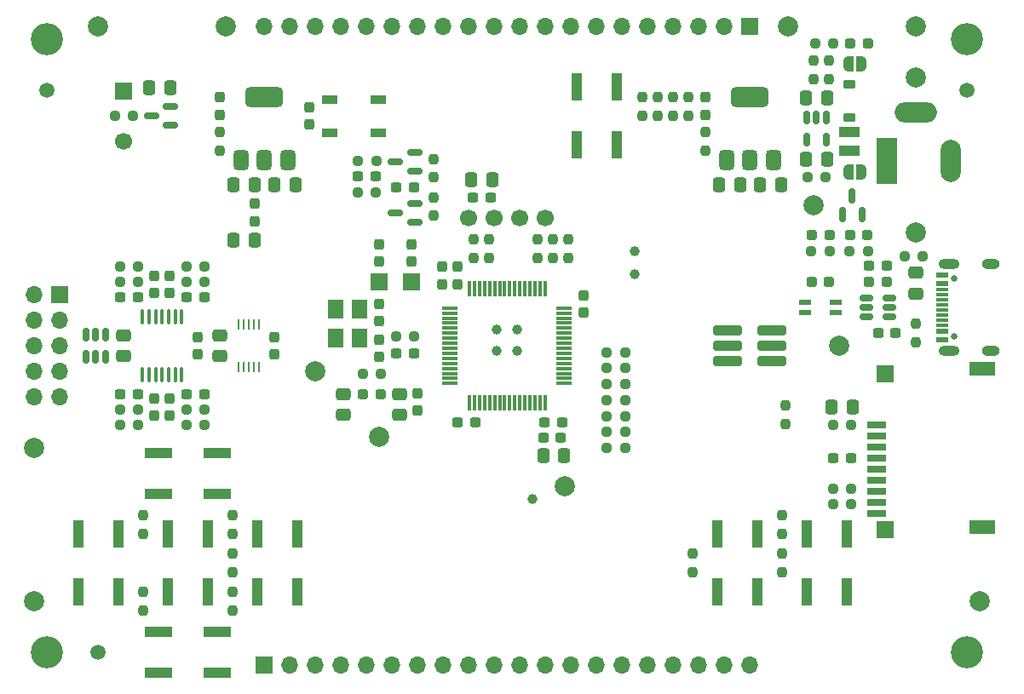
<source format=gts>
G04 #@! TF.GenerationSoftware,KiCad,Pcbnew,8.0.0*
G04 #@! TF.CreationDate,2024-07-21T16:15:31-03:00*
G04 #@! TF.ProjectId,STM32XP,53544d33-3258-4502-9e6b-696361645f70,00*
G04 #@! TF.SameCoordinates,Original*
G04 #@! TF.FileFunction,Soldermask,Top*
G04 #@! TF.FilePolarity,Negative*
%FSLAX46Y46*%
G04 Gerber Fmt 4.6, Leading zero omitted, Abs format (unit mm)*
G04 Created by KiCad (PCBNEW 8.0.0) date 2024-07-21 16:15:31*
%MOMM*%
%LPD*%
G01*
G04 APERTURE LIST*
G04 Aperture macros list*
%AMRoundRect*
0 Rectangle with rounded corners*
0 $1 Rounding radius*
0 $2 $3 $4 $5 $6 $7 $8 $9 X,Y pos of 4 corners*
0 Add a 4 corners polygon primitive as box body*
4,1,4,$2,$3,$4,$5,$6,$7,$8,$9,$2,$3,0*
0 Add four circle primitives for the rounded corners*
1,1,$1+$1,$2,$3*
1,1,$1+$1,$4,$5*
1,1,$1+$1,$6,$7*
1,1,$1+$1,$8,$9*
0 Add four rect primitives between the rounded corners*
20,1,$1+$1,$2,$3,$4,$5,0*
20,1,$1+$1,$4,$5,$6,$7,0*
20,1,$1+$1,$6,$7,$8,$9,0*
20,1,$1+$1,$8,$9,$2,$3,0*%
%AMFreePoly0*
4,1,19,0.500000,-0.750000,0.000000,-0.750000,0.000000,-0.744911,-0.071157,-0.744911,-0.207708,-0.704816,-0.327430,-0.627875,-0.420627,-0.520320,-0.479746,-0.390866,-0.500000,-0.250000,-0.500000,0.250000,-0.479746,0.390866,-0.420627,0.520320,-0.327430,0.627875,-0.207708,0.704816,-0.071157,0.744911,0.000000,0.744911,0.000000,0.750000,0.500000,0.750000,0.500000,-0.750000,0.500000,-0.750000,
$1*%
%AMFreePoly1*
4,1,19,0.000000,0.744911,0.071157,0.744911,0.207708,0.704816,0.327430,0.627875,0.420627,0.520320,0.479746,0.390866,0.500000,0.250000,0.500000,-0.250000,0.479746,-0.390866,0.420627,-0.520320,0.327430,-0.627875,0.207708,-0.704816,0.071157,-0.744911,0.000000,-0.744911,0.000000,-0.750000,-0.500000,-0.750000,-0.500000,0.750000,0.000000,0.750000,0.000000,0.744911,0.000000,0.744911,
$1*%
G04 Aperture macros list end*
%ADD10RoundRect,0.237500X0.237500X-0.250000X0.237500X0.250000X-0.237500X0.250000X-0.237500X-0.250000X0*%
%ADD11RoundRect,0.237500X-0.250000X-0.237500X0.250000X-0.237500X0.250000X0.237500X-0.250000X0.237500X0*%
%ADD12C,1.000000*%
%ADD13C,2.000000*%
%ADD14R,1.500000X0.900000*%
%ADD15RoundRect,0.237500X0.250000X0.237500X-0.250000X0.237500X-0.250000X-0.237500X0.250000X-0.237500X0*%
%ADD16RoundRect,0.250000X0.475000X-0.337500X0.475000X0.337500X-0.475000X0.337500X-0.475000X-0.337500X0*%
%ADD17RoundRect,0.237500X-0.237500X0.300000X-0.237500X-0.300000X0.237500X-0.300000X0.237500X0.300000X0*%
%ADD18R,2.000000X1.100000*%
%ADD19RoundRect,0.200000X1.200000X0.300000X-1.200000X0.300000X-1.200000X-0.300000X1.200000X-0.300000X0*%
%ADD20R,1.000000X2.800000*%
%ADD21RoundRect,0.150000X-0.512500X-0.150000X0.512500X-0.150000X0.512500X0.150000X-0.512500X0.150000X0*%
%ADD22RoundRect,0.150000X0.587500X0.150000X-0.587500X0.150000X-0.587500X-0.150000X0.587500X-0.150000X0*%
%ADD23RoundRect,0.237500X0.237500X-0.287500X0.237500X0.287500X-0.237500X0.287500X-0.237500X-0.287500X0*%
%ADD24RoundRect,0.250000X-0.337500X-0.475000X0.337500X-0.475000X0.337500X0.475000X-0.337500X0.475000X0*%
%ADD25RoundRect,0.237500X-0.300000X-0.237500X0.300000X-0.237500X0.300000X0.237500X-0.300000X0.237500X0*%
%ADD26C,0.650000*%
%ADD27R,1.240000X0.600000*%
%ADD28R,1.240000X0.300000*%
%ADD29O,2.100000X1.000000*%
%ADD30O,1.800000X1.000000*%
%ADD31R,0.250000X1.100000*%
%ADD32C,1.500000*%
%ADD33R,2.000000X4.600000*%
%ADD34O,2.000000X4.200000*%
%ADD35O,4.200000X2.000000*%
%ADD36RoundRect,0.250000X-0.475000X0.337500X-0.475000X-0.337500X0.475000X-0.337500X0.475000X0.337500X0*%
%ADD37RoundRect,0.375000X0.375000X-0.625000X0.375000X0.625000X-0.375000X0.625000X-0.375000X-0.625000X0*%
%ADD38RoundRect,0.500000X1.400000X-0.500000X1.400000X0.500000X-1.400000X0.500000X-1.400000X-0.500000X0*%
%ADD39RoundRect,0.250000X0.337500X0.475000X-0.337500X0.475000X-0.337500X-0.475000X0.337500X-0.475000X0*%
%ADD40RoundRect,0.075000X-0.700000X-0.075000X0.700000X-0.075000X0.700000X0.075000X-0.700000X0.075000X0*%
%ADD41RoundRect,0.075000X-0.075000X-0.700000X0.075000X-0.700000X0.075000X0.700000X-0.075000X0.700000X0*%
%ADD42R,1.500000X1.950000*%
%ADD43C,3.200000*%
%ADD44R,1.700000X1.700000*%
%ADD45O,1.700000X1.700000*%
%ADD46RoundRect,0.237500X0.237500X-0.300000X0.237500X0.300000X-0.237500X0.300000X-0.237500X-0.300000X0*%
%ADD47RoundRect,0.237500X0.300000X0.237500X-0.300000X0.237500X-0.300000X-0.237500X0.300000X-0.237500X0*%
%ADD48RoundRect,0.237500X-0.237500X0.250000X-0.237500X-0.250000X0.237500X-0.250000X0.237500X0.250000X0*%
%ADD49RoundRect,0.237500X-0.237500X0.287500X-0.237500X-0.287500X0.237500X-0.287500X0.237500X0.287500X0*%
%ADD50FreePoly0,0.000000*%
%ADD51FreePoly1,0.000000*%
%ADD52RoundRect,0.225000X-0.375000X0.225000X-0.375000X-0.225000X0.375000X-0.225000X0.375000X0.225000X0*%
%ADD53R,2.800000X1.000000*%
%ADD54RoundRect,0.237500X-0.287500X-0.237500X0.287500X-0.237500X0.287500X0.237500X-0.287500X0.237500X0*%
%ADD55RoundRect,0.237500X0.287500X0.237500X-0.287500X0.237500X-0.287500X-0.237500X0.287500X-0.237500X0*%
%ADD56RoundRect,0.150000X-0.150000X0.512500X-0.150000X-0.512500X0.150000X-0.512500X0.150000X0.512500X0*%
%ADD57R,1.900000X0.700000*%
%ADD58R,1.800000X1.700000*%
%ADD59R,2.600000X1.400000*%
%ADD60RoundRect,0.150000X0.150000X-0.587500X0.150000X0.587500X-0.150000X0.587500X-0.150000X-0.587500X0*%
%ADD61C,1.700000*%
%ADD62FreePoly0,180.000000*%
%ADD63FreePoly1,180.000000*%
%ADD64R,1.200000X0.600000*%
%ADD65RoundRect,0.100000X-0.100000X0.637500X-0.100000X-0.637500X0.100000X-0.637500X0.100000X0.637500X0*%
%ADD66R,1.750000X1.800000*%
G04 APERTURE END LIST*
D10*
G04 #@! TO.C,R37*
X177662500Y-107770500D03*
X177662500Y-105945500D03*
G04 #@! TD*
D11*
G04 #@! TO.C,R23*
X189473500Y-91110000D03*
X191298500Y-91110000D03*
G04 #@! TD*
D10*
G04 #@! TO.C,R28*
X190640000Y-99642500D03*
X190640000Y-97817500D03*
G04 #@! TD*
D12*
G04 #@! TO.C,TP16*
X162700000Y-92888000D03*
G04 #@! TD*
G04 #@! TO.C,TP21*
X152540000Y-115240000D03*
G04 #@! TD*
G04 #@! TO.C,TP18*
X148984000Y-98349000D03*
G04 #@! TD*
G04 #@! TO.C,TP19*
X151016000Y-100508000D03*
G04 #@! TD*
G04 #@! TO.C,TP20*
X148984000Y-100508000D03*
G04 #@! TD*
G04 #@! TO.C,TP17*
X151016000Y-98349000D03*
G04 #@! TD*
G04 #@! TO.C,TP15*
X162700000Y-90602000D03*
G04 #@! TD*
D13*
G04 #@! TO.C,TP10*
X137300000Y-109048750D03*
G04 #@! TD*
D11*
G04 #@! TO.C,R1*
X180583500Y-69901000D03*
X182408500Y-69901000D03*
G04 #@! TD*
D14*
G04 #@! TO.C,D5*
X132310000Y-75490000D03*
X132310000Y-78790000D03*
X137210000Y-78790000D03*
X137210000Y-75490000D03*
G04 #@! TD*
D15*
G04 #@! TO.C,R34*
X161707500Y-105397500D03*
X159882500Y-105397500D03*
G04 #@! TD*
D16*
G04 #@! TO.C,C37*
X139332000Y-106879500D03*
X139332000Y-104804500D03*
G04 #@! TD*
D17*
G04 #@! TO.C,C17*
X143523000Y-92152500D03*
X143523000Y-93877500D03*
G04 #@! TD*
D10*
G04 #@! TO.C,R10*
X169685000Y-80592500D03*
X169685000Y-78767500D03*
G04 #@! TD*
D18*
G04 #@! TO.C,L1*
X184036000Y-80630000D03*
X184036000Y-78730000D03*
G04 #@! TD*
D10*
G04 #@! TO.C,R15*
X142697500Y-87069500D03*
X142697500Y-85244500D03*
G04 #@! TD*
D15*
G04 #@! TO.C,R31*
X161707500Y-102222500D03*
X159882500Y-102222500D03*
G04 #@! TD*
D19*
G04 #@! TO.C,D10*
X176330000Y-101500000D03*
X171930000Y-101500000D03*
X176330000Y-100000000D03*
X171930000Y-100000000D03*
X176330000Y-98500000D03*
X171930000Y-98500000D03*
G04 #@! TD*
D20*
G04 #@! TO.C,SW7*
X183750000Y-118690000D03*
X183750000Y-124490000D03*
X179750000Y-118690000D03*
X179750000Y-124490000D03*
G04 #@! TD*
D21*
G04 #@! TO.C,U5*
X185692500Y-95240000D03*
X185692500Y-96190000D03*
X185692500Y-97140000D03*
X187967500Y-97140000D03*
X187967500Y-96190000D03*
X187967500Y-95240000D03*
G04 #@! TD*
D22*
G04 #@! TO.C,Q1*
X116520500Y-78090000D03*
X116520500Y-76190000D03*
X114645500Y-77140000D03*
G04 #@! TD*
D23*
G04 #@! TO.C,D4*
X169685000Y-77062500D03*
X169685000Y-75312500D03*
G04 #@! TD*
D24*
G04 #@! TO.C,C13*
X122800500Y-89497500D03*
X124875500Y-89497500D03*
G04 #@! TD*
D17*
G04 #@! TO.C,C15*
X140475000Y-89930000D03*
X140475000Y-91655000D03*
G04 #@! TD*
D15*
G04 #@! TO.C,R45*
X184186500Y-115748000D03*
X182361500Y-115748000D03*
G04 #@! TD*
D25*
G04 #@! TO.C,C22*
X111545500Y-95174000D03*
X113270500Y-95174000D03*
G04 #@! TD*
D22*
G04 #@! TO.C,Q2*
X140777500Y-82662000D03*
X140777500Y-80762000D03*
X138902500Y-81712000D03*
G04 #@! TD*
D25*
G04 #@! TO.C,C11*
X138977500Y-84252000D03*
X140702500Y-84252000D03*
G04 #@! TD*
D13*
G04 #@! TO.C,TP8*
X183020000Y-100000000D03*
G04 #@! TD*
D15*
G04 #@! TO.C,R30*
X161707500Y-100635000D03*
X159882500Y-100635000D03*
G04 #@! TD*
D26*
G04 #@! TO.C,J4*
X194385000Y-99080000D03*
X194385000Y-93300000D03*
D27*
X193265000Y-99390000D03*
X193265000Y-98590000D03*
D28*
X193265000Y-97440000D03*
X193265000Y-96440000D03*
X193265000Y-95940000D03*
X193265000Y-94940000D03*
D27*
X193265000Y-93790000D03*
X193265000Y-92990000D03*
X193265000Y-92990000D03*
X193265000Y-93790000D03*
D28*
X193265000Y-94440000D03*
X193265000Y-95440000D03*
X193265000Y-96940000D03*
X193265000Y-97940000D03*
D27*
X193265000Y-98590000D03*
X193265000Y-99390000D03*
D29*
X193865000Y-100510000D03*
D30*
X198065000Y-100510000D03*
D29*
X193865000Y-91870000D03*
D30*
X198065000Y-91870000D03*
G04 #@! TD*
D13*
G04 #@! TO.C,TP2*
X122060000Y-68250000D03*
G04 #@! TD*
D31*
G04 #@! TO.C,U7*
X125282500Y-97850000D03*
X124782500Y-97850000D03*
X124282500Y-97850000D03*
X123782500Y-97850000D03*
X123282500Y-97850000D03*
X123282500Y-102150000D03*
X123782500Y-102150000D03*
X124282500Y-102150000D03*
X124782500Y-102150000D03*
X125282500Y-102150000D03*
G04 #@! TD*
D11*
G04 #@! TO.C,R29*
X138927500Y-99047500D03*
X140752500Y-99047500D03*
G04 #@! TD*
D32*
G04 #@! TO.C,FID1*
X104280000Y-74600000D03*
G04 #@! TD*
D10*
G04 #@! TO.C,R9*
X121425000Y-80592500D03*
X121425000Y-78767500D03*
G04 #@! TD*
D32*
G04 #@! TO.C,FID3*
X109360000Y-130480000D03*
G04 #@! TD*
D33*
G04 #@! TO.C,J2*
X187740000Y-81600000D03*
D34*
X194040000Y-81600000D03*
D35*
X190640000Y-76800000D03*
G04 #@! TD*
D36*
G04 #@! TO.C,C29*
X121425000Y-98962500D03*
X121425000Y-101037500D03*
G04 #@! TD*
D15*
G04 #@! TO.C,R32*
X137450500Y-102794000D03*
X135625500Y-102794000D03*
G04 #@! TD*
D25*
G04 #@! TO.C,C41*
X145073500Y-107620000D03*
X146798500Y-107620000D03*
G04 #@! TD*
D37*
G04 #@! TO.C,U1*
X123570000Y-81535000D03*
X125870000Y-81535000D03*
D38*
X125870000Y-75235000D03*
D37*
X128170000Y-81535000D03*
G04 #@! TD*
D10*
G04 #@! TO.C,R49*
X122695000Y-122502500D03*
X122695000Y-120677500D03*
G04 #@! TD*
D39*
G04 #@! TO.C,C1*
X116493500Y-74346000D03*
X114418500Y-74346000D03*
G04 #@! TD*
D40*
G04 #@! TO.C,U8*
X144325000Y-96250000D03*
X144325000Y-96750000D03*
X144325000Y-97250000D03*
X144325000Y-97750000D03*
X144325000Y-98250000D03*
X144325000Y-98750000D03*
X144325000Y-99250000D03*
X144325000Y-99750000D03*
X144325000Y-100250000D03*
X144325000Y-100750000D03*
X144325000Y-101250000D03*
X144325000Y-101750000D03*
X144325000Y-102250000D03*
X144325000Y-102750000D03*
X144325000Y-103250000D03*
X144325000Y-103750000D03*
D41*
X146250000Y-105675000D03*
X146750000Y-105675000D03*
X147250000Y-105675000D03*
X147750000Y-105675000D03*
X148250000Y-105675000D03*
X148750000Y-105675000D03*
X149250000Y-105675000D03*
X149750000Y-105675000D03*
X150250000Y-105675000D03*
X150750000Y-105675000D03*
X151250000Y-105675000D03*
X151750000Y-105675000D03*
X152250000Y-105675000D03*
X152750000Y-105675000D03*
X153250000Y-105675000D03*
X153750000Y-105675000D03*
D40*
X155675000Y-103750000D03*
X155675000Y-103250000D03*
X155675000Y-102750000D03*
X155675000Y-102250000D03*
X155675000Y-101750000D03*
X155675000Y-101250000D03*
X155675000Y-100750000D03*
X155675000Y-100250000D03*
X155675000Y-99750000D03*
X155675000Y-99250000D03*
X155675000Y-98750000D03*
X155675000Y-98250000D03*
X155675000Y-97750000D03*
X155675000Y-97250000D03*
X155675000Y-96750000D03*
X155675000Y-96250000D03*
D41*
X153750000Y-94325000D03*
X153250000Y-94325000D03*
X152750000Y-94325000D03*
X152250000Y-94325000D03*
X151750000Y-94325000D03*
X151250000Y-94325000D03*
X150750000Y-94325000D03*
X150250000Y-94325000D03*
X149750000Y-94325000D03*
X149250000Y-94325000D03*
X148750000Y-94325000D03*
X148250000Y-94325000D03*
X147750000Y-94325000D03*
X147250000Y-94325000D03*
X146750000Y-94325000D03*
X146250000Y-94325000D03*
G04 #@! TD*
D42*
G04 #@! TO.C,Y2*
X135275000Y-99202500D03*
X135275000Y-96352500D03*
X132975000Y-96352500D03*
X132975000Y-99202500D03*
G04 #@! TD*
D23*
G04 #@! TO.C,D3*
X121425000Y-77062500D03*
X121425000Y-75312500D03*
G04 #@! TD*
D43*
G04 #@! TO.C,H4*
X195720000Y-130480000D03*
G04 #@! TD*
D15*
G04 #@! TO.C,R41*
X184186500Y-107874000D03*
X182361500Y-107874000D03*
G04 #@! TD*
D43*
G04 #@! TO.C,H1*
X104280000Y-69520000D03*
G04 #@! TD*
D10*
G04 #@! TO.C,R51*
X177305000Y-122502500D03*
X177305000Y-120677500D03*
G04 #@! TD*
D44*
G04 #@! TO.C,J1*
X174130000Y-68250000D03*
D45*
X171590000Y-68250000D03*
X169050000Y-68250000D03*
X166510000Y-68250000D03*
X163970000Y-68250000D03*
X161430000Y-68250000D03*
X158890000Y-68250000D03*
X156350000Y-68250000D03*
X153810000Y-68250000D03*
X151270000Y-68250000D03*
X148730000Y-68250000D03*
X146190000Y-68250000D03*
X143650000Y-68250000D03*
X141110000Y-68250000D03*
X138570000Y-68250000D03*
X136030000Y-68250000D03*
X133490000Y-68250000D03*
X130950000Y-68250000D03*
X128410000Y-68250000D03*
X125870000Y-68250000D03*
G04 #@! TD*
D20*
G04 #@! TO.C,SW3*
X107360000Y-124490000D03*
X107360000Y-118690000D03*
X111360000Y-124490000D03*
X111360000Y-118690000D03*
G04 #@! TD*
D15*
G04 #@! TO.C,R39*
X113320500Y-107874000D03*
X111495500Y-107874000D03*
G04 #@! TD*
D13*
G04 #@! TO.C,TP3*
X177940000Y-68250000D03*
G04 #@! TD*
D17*
G04 #@! TO.C,C14*
X137300000Y-89930000D03*
X137300000Y-91655000D03*
G04 #@! TD*
D22*
G04 #@! TO.C,Q3*
X140777500Y-87742000D03*
X140777500Y-85842000D03*
X138902500Y-86792000D03*
G04 #@! TD*
D46*
G04 #@! TO.C,C24*
X157620000Y-96735000D03*
X157620000Y-95010000D03*
G04 #@! TD*
D47*
G04 #@! TO.C,C43*
X155307500Y-109144000D03*
X153582500Y-109144000D03*
G04 #@! TD*
D17*
G04 #@! TO.C,C25*
X137300000Y-95835500D03*
X137300000Y-97560500D03*
G04 #@! TD*
D48*
G04 #@! TO.C,R48*
X177305000Y-116867500D03*
X177305000Y-118692500D03*
G04 #@! TD*
D10*
G04 #@! TO.C,R6*
X166510000Y-77100000D03*
X166510000Y-75275000D03*
G04 #@! TD*
D11*
G04 #@! TO.C,R38*
X159882500Y-106985000D03*
X161707500Y-106985000D03*
G04 #@! TD*
D10*
G04 #@! TO.C,R2*
X180480000Y-73480500D03*
X180480000Y-71655500D03*
G04 #@! TD*
D11*
G04 #@! TO.C,R13*
X179821500Y-83236000D03*
X181646500Y-83236000D03*
G04 #@! TD*
D10*
G04 #@! TO.C,R53*
X122695000Y-126312500D03*
X122695000Y-124487500D03*
G04 #@! TD*
G04 #@! TO.C,R19*
X154572000Y-91260500D03*
X154572000Y-89435500D03*
G04 #@! TD*
D20*
G04 #@! TO.C,SW1*
X156890000Y-80040000D03*
X156890000Y-74240000D03*
X160890000Y-80040000D03*
X160890000Y-74240000D03*
G04 #@! TD*
D17*
G04 #@! TO.C,C21*
X116472000Y-93041500D03*
X116472000Y-94766500D03*
G04 #@! TD*
D15*
G04 #@! TO.C,R8*
X112812500Y-77140000D03*
X110987500Y-77140000D03*
G04 #@! TD*
D25*
G04 #@! TO.C,C16*
X185967500Y-92062500D03*
X187692500Y-92062500D03*
G04 #@! TD*
D13*
G04 #@! TO.C,TP14*
X196990000Y-125400000D03*
G04 #@! TD*
G04 #@! TO.C,TP9*
X130950000Y-102540000D03*
G04 #@! TD*
D48*
G04 #@! TO.C,R50*
X168415000Y-120677500D03*
X168415000Y-122502500D03*
G04 #@! TD*
D49*
G04 #@! TO.C,FB1*
X124917500Y-85891600D03*
X124917500Y-87641600D03*
G04 #@! TD*
D47*
G04 #@! TO.C,C5*
X136892500Y-83172500D03*
X135167500Y-83172500D03*
G04 #@! TD*
D39*
G04 #@! TO.C,C6*
X148497500Y-83490000D03*
X146422500Y-83490000D03*
G04 #@! TD*
D17*
G04 #@! TO.C,C30*
X126886000Y-99137500D03*
X126886000Y-100862500D03*
G04 #@! TD*
D15*
G04 #@! TO.C,R33*
X161707500Y-103810000D03*
X159882500Y-103810000D03*
G04 #@! TD*
D25*
G04 #@! TO.C,C32*
X138977500Y-100762000D03*
X140702500Y-100762000D03*
G04 #@! TD*
D17*
G04 #@! TO.C,C20*
X114948000Y-93041500D03*
X114948000Y-94766500D03*
G04 #@! TD*
D32*
G04 #@! TO.C,FID2*
X195720000Y-74600000D03*
G04 #@! TD*
D48*
G04 #@! TO.C,R3*
X182004000Y-71655500D03*
X182004000Y-73480500D03*
G04 #@! TD*
D11*
G04 #@! TO.C,R22*
X184012500Y-90602000D03*
X185837500Y-90602000D03*
G04 #@! TD*
D13*
G04 #@! TO.C,TP5*
X190640000Y-73330000D03*
G04 #@! TD*
D11*
G04 #@! TO.C,R42*
X159882500Y-108572500D03*
X161707500Y-108572500D03*
G04 #@! TD*
D24*
G04 #@! TO.C,C2*
X179696500Y-75362000D03*
X181771500Y-75362000D03*
G04 #@! TD*
D50*
G04 #@! TO.C,JP1*
X183894000Y-71933000D03*
D51*
X185194000Y-71933000D03*
G04 #@! TD*
D13*
G04 #@! TO.C,TP4*
X190640000Y-68250000D03*
G04 #@! TD*
D11*
G04 #@! TO.C,R26*
X111495500Y-93650000D03*
X113320500Y-93650000D03*
G04 #@! TD*
D52*
G04 #@! TO.C,D2*
X184036000Y-73966000D03*
X184036000Y-77266000D03*
G04 #@! TD*
D15*
G04 #@! TO.C,R24*
X113320500Y-92126000D03*
X111495500Y-92126000D03*
G04 #@! TD*
D47*
G04 #@! TO.C,C34*
X119874500Y-104826000D03*
X118149500Y-104826000D03*
G04 #@! TD*
D20*
G04 #@! TO.C,SW6*
X174860000Y-118690000D03*
X174860000Y-124490000D03*
X170860000Y-118690000D03*
X170860000Y-124490000D03*
G04 #@! TD*
D25*
G04 #@! TO.C,C45*
X182411500Y-111176000D03*
X184136500Y-111176000D03*
G04 #@! TD*
D53*
G04 #@! TO.C,SW8*
X121150000Y-132480000D03*
X115350000Y-132480000D03*
X121150000Y-128480000D03*
X115350000Y-128480000D03*
G04 #@! TD*
D37*
G04 #@! TO.C,U2*
X171830000Y-81535000D03*
X174130000Y-81535000D03*
D38*
X174130000Y-75235000D03*
D37*
X176430000Y-81535000D03*
G04 #@! TD*
D11*
G04 #@! TO.C,R44*
X182361500Y-114224000D03*
X184186500Y-114224000D03*
G04 #@! TD*
D25*
G04 #@! TO.C,C42*
X153709500Y-107620000D03*
X155434500Y-107620000D03*
G04 #@! TD*
D48*
G04 #@! TO.C,R46*
X113805000Y-116867500D03*
X113805000Y-118692500D03*
G04 #@! TD*
D17*
G04 #@! TO.C,C18*
X145047000Y-92152500D03*
X145047000Y-93877500D03*
G04 #@! TD*
D10*
G04 #@! TO.C,R16*
X146698000Y-91260500D03*
X146698000Y-89435500D03*
G04 #@! TD*
D54*
G04 #@! TO.C,L3*
X135663000Y-104826000D03*
X137413000Y-104826000D03*
G04 #@! TD*
D16*
G04 #@! TO.C,C27*
X111900000Y-101037500D03*
X111900000Y-98962500D03*
G04 #@! TD*
D10*
G04 #@! TO.C,R17*
X148222000Y-91260500D03*
X148222000Y-89435500D03*
G04 #@! TD*
D55*
G04 #@! TO.C,D8*
X185800000Y-88951000D03*
X184050000Y-88951000D03*
G04 #@! TD*
D46*
G04 #@! TO.C,C3*
X130315000Y-78002500D03*
X130315000Y-76277500D03*
G04 #@! TD*
D25*
G04 #@! TO.C,C26*
X186856500Y-98730000D03*
X188581500Y-98730000D03*
G04 #@! TD*
D11*
G04 #@! TO.C,R25*
X118099500Y-92126000D03*
X119924500Y-92126000D03*
G04 #@! TD*
D10*
G04 #@! TO.C,R7*
X168034000Y-77100000D03*
X168034000Y-75275000D03*
G04 #@! TD*
D46*
G04 #@! TO.C,C38*
X114948000Y-106958500D03*
X114948000Y-105233500D03*
G04 #@! TD*
D15*
G04 #@! TO.C,R36*
X119924500Y-106350000D03*
X118099500Y-106350000D03*
G04 #@! TD*
D43*
G04 #@! TO.C,H2*
X195720000Y-69520000D03*
G04 #@! TD*
D13*
G04 #@! TO.C,TP6*
X180480000Y-86030000D03*
G04 #@! TD*
D56*
G04 #@! TO.C,U3*
X181684000Y-77272500D03*
X180734000Y-77272500D03*
X179784000Y-77272500D03*
X179784000Y-79547500D03*
X181684000Y-79547500D03*
G04 #@! TD*
D24*
G04 #@! TO.C,C40*
X182236500Y-106096000D03*
X184311500Y-106096000D03*
G04 #@! TD*
G04 #@! TO.C,C8*
X126864500Y-83973000D03*
X128939500Y-83973000D03*
G04 #@! TD*
D11*
G04 #@! TO.C,R40*
X118099500Y-107874000D03*
X119924500Y-107874000D03*
G04 #@! TD*
D44*
G04 #@! TO.C,J6*
X125870000Y-131750000D03*
D45*
X128410000Y-131750000D03*
X130950000Y-131750000D03*
X133490000Y-131750000D03*
X136030000Y-131750000D03*
X138570000Y-131750000D03*
X141110000Y-131750000D03*
X143650000Y-131750000D03*
X146190000Y-131750000D03*
X148730000Y-131750000D03*
X151270000Y-131750000D03*
X153810000Y-131750000D03*
X156350000Y-131750000D03*
X158890000Y-131750000D03*
X161430000Y-131750000D03*
X163970000Y-131750000D03*
X166510000Y-131750000D03*
X169050000Y-131750000D03*
X171590000Y-131750000D03*
X174130000Y-131750000D03*
G04 #@! TD*
D10*
G04 #@! TO.C,R20*
X156096000Y-91260500D03*
X156096000Y-89435500D03*
G04 #@! TD*
D56*
G04 #@! TO.C,D9*
X110056000Y-98862500D03*
X109106000Y-98862500D03*
X108156000Y-98862500D03*
X108156000Y-101137500D03*
X109106000Y-101137500D03*
X110056000Y-101137500D03*
G04 #@! TD*
D57*
G04 #@! TO.C,J5*
X186738000Y-107910000D03*
X186738000Y-109010000D03*
X186738000Y-110110000D03*
X186738000Y-111210000D03*
X186738000Y-112310000D03*
X186738000Y-113410000D03*
X186738000Y-114510000D03*
X186738000Y-115610000D03*
X186738000Y-116710000D03*
D58*
X187588000Y-118260000D03*
X187588000Y-102760000D03*
D59*
X197188000Y-118010000D03*
X197188000Y-102310000D03*
G04 #@! TD*
D25*
G04 #@! TO.C,C33*
X111545500Y-104826000D03*
X113270500Y-104826000D03*
G04 #@! TD*
D10*
G04 #@! TO.C,R5*
X164986000Y-77100000D03*
X164986000Y-75275000D03*
G04 #@! TD*
D46*
G04 #@! TO.C,C31*
X137300000Y-101116500D03*
X137300000Y-99391500D03*
G04 #@! TD*
D10*
G04 #@! TO.C,R4*
X163462000Y-77100000D03*
X163462000Y-75275000D03*
G04 #@! TD*
D24*
G04 #@! TO.C,C4*
X179696500Y-81458000D03*
X181771500Y-81458000D03*
G04 #@! TD*
D15*
G04 #@! TO.C,R21*
X182027500Y-90602000D03*
X180202500Y-90602000D03*
G04 #@! TD*
D10*
G04 #@! TO.C,R47*
X122695000Y-118692500D03*
X122695000Y-116867500D03*
G04 #@! TD*
D13*
G04 #@! TO.C,TP12*
X155715000Y-113970000D03*
G04 #@! TD*
D54*
G04 #@! TO.C,FB2*
X180240000Y-93650000D03*
X181990000Y-93650000D03*
G04 #@! TD*
D60*
G04 #@! TO.C,D6*
X183340000Y-86967500D03*
X185240000Y-86967500D03*
X184290000Y-85092500D03*
G04 #@! TD*
D24*
G04 #@! TO.C,C9*
X171060500Y-83973000D03*
X173135500Y-83973000D03*
G04 #@! TD*
D20*
G04 #@! TO.C,SW4*
X116250000Y-124490000D03*
X116250000Y-118690000D03*
X120250000Y-124490000D03*
X120250000Y-118690000D03*
G04 #@! TD*
D46*
G04 #@! TO.C,C35*
X141110000Y-106450500D03*
X141110000Y-104725500D03*
G04 #@! TD*
D13*
G04 #@! TO.C,TP1*
X109360000Y-68250000D03*
G04 #@! TD*
G04 #@! TO.C,TP7*
X190640000Y-88697000D03*
G04 #@! TD*
D47*
G04 #@! TO.C,C23*
X119874500Y-95174000D03*
X118149500Y-95174000D03*
G04 #@! TD*
D48*
G04 #@! TO.C,R52*
X113805000Y-124487500D03*
X113805000Y-126312500D03*
G04 #@! TD*
D24*
G04 #@! TO.C,C7*
X122800500Y-83973000D03*
X124875500Y-83973000D03*
G04 #@! TD*
D61*
G04 #@! TO.C,U4*
X153810000Y-87300000D03*
X151270000Y-87300000D03*
X148730000Y-87300000D03*
X146190000Y-87300000D03*
G04 #@! TD*
D54*
G04 #@! TO.C,D1*
X184095000Y-69901000D03*
X185845000Y-69901000D03*
G04 #@! TD*
D46*
G04 #@! TO.C,C28*
X119266000Y-100862500D03*
X119266000Y-99137500D03*
G04 #@! TD*
D54*
G04 #@! TO.C,FB3*
X185955000Y-93650000D03*
X187705000Y-93650000D03*
G04 #@! TD*
D15*
G04 #@! TO.C,R11*
X136982500Y-81585000D03*
X135157500Y-81585000D03*
G04 #@! TD*
D62*
G04 #@! TO.C,JP2*
X185194000Y-82728000D03*
D63*
X183894000Y-82728000D03*
G04 #@! TD*
D64*
G04 #@! TO.C,L2*
X179615000Y-96690000D03*
X182615000Y-96690000D03*
X182615000Y-95690000D03*
X179615000Y-95690000D03*
G04 #@! TD*
D47*
G04 #@! TO.C,C12*
X148322500Y-85268000D03*
X146597500Y-85268000D03*
G04 #@! TD*
D48*
G04 #@! TO.C,R12*
X142697500Y-81434500D03*
X142697500Y-83259500D03*
G04 #@! TD*
D15*
G04 #@! TO.C,R14*
X136942500Y-84760000D03*
X135117500Y-84760000D03*
G04 #@! TD*
G04 #@! TO.C,R27*
X119924500Y-93650000D03*
X118099500Y-93650000D03*
G04 #@! TD*
D24*
G04 #@! TO.C,C10*
X175124500Y-83973000D03*
X177199500Y-83973000D03*
G04 #@! TD*
D53*
G04 #@! TO.C,SW2*
X115350000Y-110700000D03*
X121150000Y-110700000D03*
X115350000Y-114700000D03*
X121150000Y-114700000D03*
G04 #@! TD*
D54*
G04 #@! TO.C,D7*
X180285000Y-88951000D03*
X182035000Y-88951000D03*
G04 #@! TD*
D65*
G04 #@! TO.C,U6*
X117660000Y-97137500D03*
X117010000Y-97137500D03*
X116360000Y-97137500D03*
X115710000Y-97137500D03*
X115060000Y-97137500D03*
X114410000Y-97137500D03*
X113760000Y-97137500D03*
X113760000Y-102862500D03*
X114410000Y-102862500D03*
X115060000Y-102862500D03*
X115710000Y-102862500D03*
X116360000Y-102862500D03*
X117010000Y-102862500D03*
X117660000Y-102862500D03*
G04 #@! TD*
D20*
G04 #@! TO.C,SW5*
X129140000Y-118690000D03*
X129140000Y-124490000D03*
X125140000Y-118690000D03*
X125140000Y-124490000D03*
G04 #@! TD*
D43*
G04 #@! TO.C,H3*
X104280000Y-130480000D03*
G04 #@! TD*
D11*
G04 #@! TO.C,R35*
X111495500Y-106350000D03*
X113320500Y-106350000D03*
G04 #@! TD*
D46*
G04 #@! TO.C,C39*
X116472000Y-106958500D03*
X116472000Y-105233500D03*
G04 #@! TD*
D13*
G04 #@! TO.C,TP13*
X103010000Y-125400000D03*
G04 #@! TD*
D66*
G04 #@! TO.C,Y1*
X137262500Y-93650000D03*
X140512500Y-93650000D03*
G04 #@! TD*
D39*
G04 #@! TO.C,C44*
X155641250Y-110922000D03*
X153566250Y-110922000D03*
G04 #@! TD*
D44*
G04 #@! TO.C,J3*
X105550000Y-94920000D03*
D45*
X103010000Y-94920000D03*
X105550000Y-97460000D03*
X103010000Y-97460000D03*
X105550000Y-100000000D03*
X103010000Y-100000000D03*
X105550000Y-102540000D03*
X103010000Y-102540000D03*
X105550000Y-105080000D03*
X103010000Y-105080000D03*
G04 #@! TD*
D16*
G04 #@! TO.C,C36*
X133744000Y-106879500D03*
X133744000Y-104804500D03*
G04 #@! TD*
D11*
G04 #@! TO.C,R43*
X159882500Y-110160000D03*
X161707500Y-110160000D03*
G04 #@! TD*
D48*
G04 #@! TO.C,R18*
X153048000Y-89435500D03*
X153048000Y-91260500D03*
G04 #@! TD*
D16*
G04 #@! TO.C,C19*
X190640000Y-94814500D03*
X190640000Y-92739500D03*
G04 #@! TD*
D13*
G04 #@! TO.C,TP11*
X103010000Y-110160000D03*
G04 #@! TD*
D44*
G04 #@! TO.C,LS1*
X111900000Y-74640000D03*
D61*
X111900000Y-79640000D03*
G04 #@! TD*
M02*

</source>
